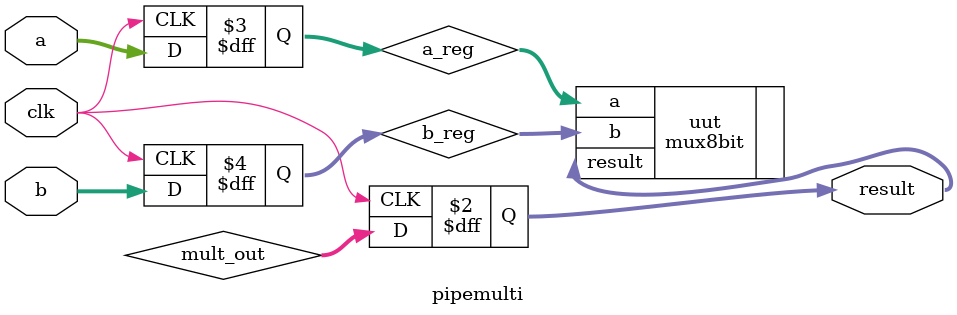
<source format=v>
`timescale 1ns / 1ps


module pipemulti(result, clk, a, b);

output [15:0]result;
input clk;
input [7:0] a;
input [7:0] b;

reg	[7:0] a_reg;
reg	[7:0] b_reg;
reg	[15:0] result;
wire [15:0]	mult_out;

mux8bit uut(.a(a_reg),.b(b_reg),.result(result));

always@(posedge clk)
begin
	a_reg <= a;
	b_reg <= b;
	result <= mult_out;
end

endmodule

</source>
